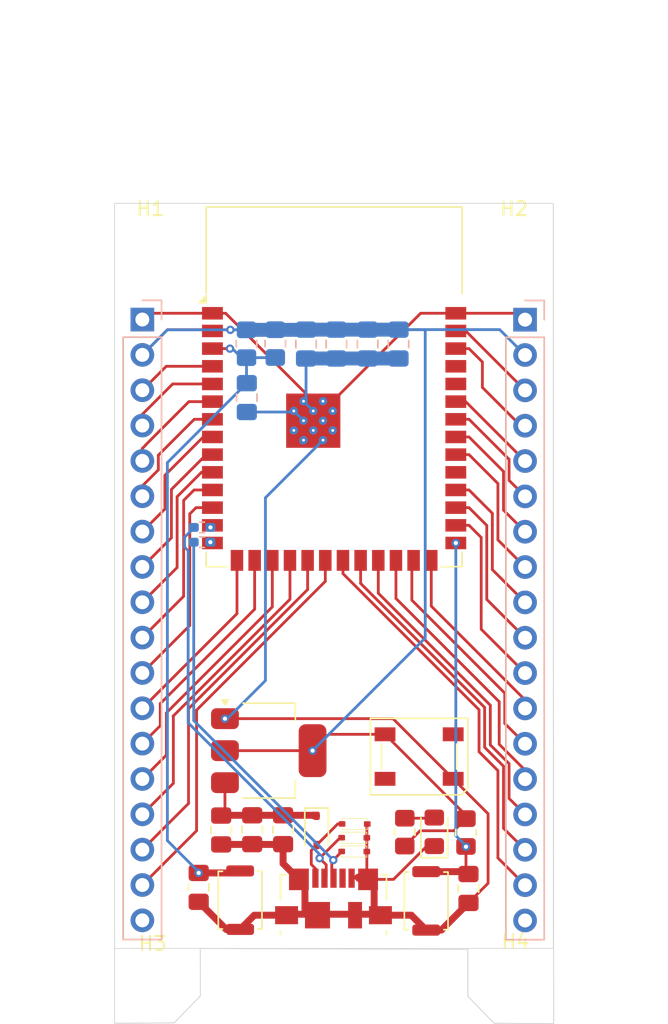
<source format=kicad_pcb>
(kicad_pcb (version 20241229) (generator "pcbnew") (generator_version "9.0")
  (layers (0 "F.Cu" signal) (2 "B.Cu" signal) (13 "F.Paste" user) (15 "B.Paste" user) (5 "F.SilkS" user "F.Silkscreen") (7 "B.SilkS" user "B.Silkscreen") (1 "F.Mask" user) (3 "B.Mask" user) (25 "Edge.Cuts" user))
  (net 0 "")
  (net 1 "ESP_3V3")
  (net 2 "Net-(D5-A)")
  (net 3 "CHIP_PU")
  (net 4 "GPIO0")
  (net 5 "D+")
  (net 6 "Net-(U1-USB_D+)")
  (net 7 "D-")
  (net 8 "Net-(U1-USB_D-)")
  (net 9 "16")
  (net 10 "GND")
  (net 11 "48")
  (net 12 "6")
  (net 13 "42")
  (net 14 "14")
  (net 15 "12")
  (net 16 "9")
  (net 17 "2")
  (net 18 "3")
  (net 19 "8")
  (net 20 "36")
  (net 21 "46")
  (net 22 "39")
  (net 23 "37")
  (net 24 "15")
  (net 25 "47")
  (net 26 "17")
  (net 29 "5")
  (net 30 "40")
  (net 31 "41")
  (net 32 "21")
  (net 33 "45")
  (net 34 "35")
  (net 35 "10")
  (net 36 "1")
  (net 37 "7")
  (net 38 "18")
  (net 39 "11")
  (net 40 "13")
  (net 41 "4")
  (net 42 "VCC_+5V")
  (net 43 "Net-(D1-A)")
  (net 45 "GPIO38")
  (footprint "MountingHole:MountingHole_2.1mm" (layer "F.Cu") (at 83.59 56.52)
    (property "Reference" "H2" (at 0 -3.05 0) (layer "F.SilkS"))
    (property "Value" "MountingHole" (hide yes))
    (pad "" np_thru_hole circle (at 0 0) (size 2.1 2.1) (drill 2.1) (layers "*.Cu" "*.Mask"))
  )
  (footprint "LED_SMD:LED_0805_2012Metric_Pad1.15x1.40mm_HandSolder" (layer "F.Cu") (at 77.85 98.2475 90)
    (property "Reference" "D5" (hide yes))
    (property "Value" "LED" (hide yes))
    (pad "1" smd roundrect (at -1.025 0 90) (size 1.15 1.4) (layers "F.Cu" "F.Mask" "F.Paste") (roundrect_rratio 0.217391) (net 10 "GND"))
    (pad "2" smd roundrect (at 1.025 0 90) (size 1.15 1.4) (layers "F.Cu" "F.Mask" "F.Paste") (roundrect_rratio 0.217391) (net 2 "Net-(D5-A)"))
  )
  (footprint "Diode_SMD:D_SOD-323" (layer "F.Cu") (at 69.39 98.15 -90)
    (property "Reference" "D1" (hide yes))
    (property "Value" "1N5819WS" (hide yes))
    (pad "1" smd roundrect (at -1.05 0 270) (size 0.6 0.45) (layers "F.Cu" "F.Mask" "F.Paste") (net 42 "VCC_+5V"))
    (pad "2" smd roundrect (at 1.05 0 270) (size 0.6 0.45) (layers "F.Cu" "F.Mask" "F.Paste") (net 43 "Net-(D1-A)"))
  )
  (footprint "Capacitor_SMD:C_0805_2012Metric_Pad1.18x1.45mm_HandSolder" (layer "F.Cu") (at 64.76 98.0975 -90)
    (property "Reference" "C2" (hide yes))
    (property "Value" "0.1uF" (hide yes))
    (pad "1" smd roundrect (at -1.0375 0 270) (size 1.175 1.45) (layers "F.Cu" "F.Mask" "F.Paste") (roundrect_rratio 0.212766) (net 42 "VCC_+5V"))
    (pad "2" smd roundrect (at 1.0375 0 270) (size 1.175 1.45) (layers "F.Cu" "F.Mask" "F.Paste") (roundrect_rratio 0.212766) (net 10 "GND"))
  )
  (footprint "Capacitor_SMD:C_0805_2012Metric_Pad1.18x1.45mm_HandSolder" (layer "F.Cu") (at 66.98 98.0975 -90)
    (property "Reference" "C3" (hide yes))
    (property "Value" "10uF" (hide yes))
    (pad "1" smd roundrect (at -1.0375 0 270) (size 1.175 1.45) (layers "F.Cu" "F.Mask" "F.Paste") (roundrect_rratio 0.212766) (net 42 "VCC_+5V"))
    (pad "2" smd roundrect (at 1.0375 0 270) (size 1.175 1.45) (layers "F.Cu" "F.Mask" "F.Paste") (roundrect_rratio 0.212766) (net 10 "GND"))
  )
  (footprint "MountingHole:MountingHole_2.1mm" (layer "F.Cu") (at 57.6 109.33)
    (property "Reference" "H3" (at 0 -3.05 0) (layer "F.SilkS"))
    (property "Value" "MountingHole" (hide yes))
    (pad "" np_thru_hole circle (at 0 0) (size 2.1 2.1) (drill 2.1) (layers "*.Cu" "*.Mask"))
  )
  (footprint "Resistor_SMD:R_0805_2012Metric_Pad1.20x1.40mm_HandSolder" (layer "F.Cu") (at 80.13 98.3 90)
    (property "Reference" "R5" (hide yes))
    (property "Value" "10K" (hide yes))
    (pad "1" smd roundrect (at -1 0 90) (size 1.2 1.4) (layers "F.Cu" "F.Mask" "F.Paste") (roundrect_rratio 0.208333) (net 4 "GPIO0"))
    (pad "2" smd roundrect (at 1 0 90) (size 1.2 1.4) (layers "F.Cu" "F.Mask" "F.Paste") (roundrect_rratio 0.208333) (net 1 "ESP_3V3"))
  )
  (footprint "Capacitor_SMD:C_0805_2012Metric_Pad1.18x1.45mm_HandSolder" (layer "F.Cu") (at 62.53 98.1175 -90)
    (property "Reference" "C1" (hide yes))
    (property "Value" "10uF" (hide yes))
    (pad "1" smd roundrect (at -1.0375 0 270) (size 1.175 1.45) (layers "F.Cu" "F.Mask" "F.Paste") (roundrect_rratio 0.212766) (net 42 "VCC_+5V"))
    (pad "2" smd roundrect (at 1.0375 0 270) (size 1.175 1.45) (layers "F.Cu" "F.Mask" "F.Paste") (roundrect_rratio 0.212766) (net 10 "GND"))
  )
  (footprint "Button_Switch_SMD:SW_Push_SPST_NO_Alps_SKRK" (layer "F.Cu") (at 77.27 103.21 90)
    (property "Reference" "SW1" (hide yes))
    (property "Value" "SW_Push" (hide yes))
    (pad "1" smd roundrect (at -2.1 0 90) (size 0.8 2) (layers "F.Cu" "F.Mask" "F.Paste") (net 10 "GND"))
    (pad "2" smd roundrect (at 2.1 0 90) (size 0.8 2) (layers "F.Cu" "F.Mask" "F.Paste") (net 4 "GPIO0"))
  )
  (footprint "Package_TO_SOT_SMD:SOT-223-3_TabPin2" (layer "F.Cu") (at 65.95 92.415)
    (property "Reference" "U2" (hide yes))
    (property "Value" "AMS1117-3.3" (hide yes))
    (pad "1" smd roundrect (at -3.15 -2.3) (size 2 1.5) (layers "F.Cu" "F.Mask" "F.Paste") (net 10 "GND"))
    (pad "2" smd roundrect (at -3.15 0) (size 2 1.5) (layers "F.Cu" "F.Mask" "F.Paste") (net 1 "ESP_3V3"))
    (pad "2" smd roundrect (at 3.15 0) (size 2 3.8) (layers "F.Cu" "F.Mask" "F.Paste") (net 1 "ESP_3V3"))
    (pad "3" smd roundrect (at -3.15 2.3) (size 2 1.5) (layers "F.Cu" "F.Mask" "F.Paste") (net 42 "VCC_+5V"))
  )
  (footprint "LED_SMD:LED_SK6812_PLCC4_5.0x5.0mm_P3.2mm" (layer "F.Cu") (at 76.76 92.84 180)
    (property "Reference" "D6" (hide yes))
    (property "Value" "SK6812" (hide yes))
    (pad "1" smd rect (at -2.45 -1.6) (size 1.5 1) (layers "F.Cu" "F.Mask" "F.Paste") (net 10 "GND"))
    (pad "2" smd rect (at -2.45 1.6) (size 1.5 1) (layers "F.Cu" "F.Mask" "F.Paste") (net 45 "GPIO38"))
    (pad "3" smd rect (at 2.45 1.6) (size 1.5 1) (layers "F.Cu" "F.Mask" "F.Paste") (net 1 "ESP_3V3"))
    (pad "4" smd rect (at 2.45 -1.6) (size 1.5 1) (layers "F.Cu" "F.Mask" "F.Paste"))
  )
  (footprint "Capacitor_SMD:C_0805_2012Metric_Pad1.18x1.45mm_HandSolder" (layer "F.Cu") (at 60.91 102.24 -90)
    (property "Reference" "C10" (hide yes))
    (property "Value" "0.1uF" (hide yes))
    (pad "1" smd roundrect (at -1.0375 0 270) (size 1.175 1.45) (layers "F.Cu" "F.Mask" "F.Paste") (roundrect_rratio 0.212766) (net 3 "CHIP_PU"))
    (pad "2" smd roundrect (at 1.0375 0 270) (size 1.175 1.45) (layers "F.Cu" "F.Mask" "F.Paste") (roundrect_rratio 0.212766) (net 10 "GND"))
  )
  (footprint "MountingHole:MountingHole_2.1mm" (layer "F.Cu") (at 57.44 56.52)
    (property "Reference" "H1" (at 0 -3.05 0) (layer "F.SilkS"))
    (property "Value" "MountingHole" (hide yes))
    (pad "" np_thru_hole circle (at 0 0) (size 2.1 2.1) (drill 2.1) (layers "*.Cu" "*.Mask"))
  )
  (footprint "LESD5D5.0CT1G:LESD5D5.0CT1G" (layer "F.Cu") (at 72.13 97.69 180)
    (property "Reference" "D4" (hide yes))
    (property "Value" "LESD5D5.0CT1G" (hide yes))
    (pad "1" smd roundrect (at -0.9025 0.0025 180) (size 0.48 0.4) (layers "F.Cu" "F.Mask" "F.Paste") (roundrect_rratio 0.15) (net 10 "GND"))
    (pad "2" smd roundrect (at 0.9075 0.01 180) (size 0.48 0.4) (layers "F.Cu" "F.Mask" "F.Paste" "Dwgs.User") (roundrect_rratio 0.15) (net 43 "Net-(D1-A)"))
  )
  (footprint "RF_Module:ESP32-S3-WROOM-1" (layer "F.Cu") (at 70.65 66.24)
    (property "Reference" "U1" (hide yes))
    (property "Value" "ESP32-S3-WROOM-1" (hide yes))
    (pad "1" smd rect (at -8.75 -5.26) (size 1.5 0.9) (layers "F.Cu" "F.Mask" "F.Paste") (net 10 "GND"))
    (pad "2" smd rect (at -8.75 -3.99) (size 1.5 0.9) (layers "F.Cu" "F.Mask" "F.Paste") (net 1 "ESP_3V3"))
    (pad "3" smd rect (at -8.75 -2.72) (size 1.5 0.9) (layers "F.Cu" "F.Mask" "F.Paste") (net 3 "CHIP_PU"))
    (pad "4" smd rect (at -8.75 -1.45) (size 1.5 0.9) (layers "F.Cu" "F.Mask" "F.Paste") (net 41 "4"))
    (pad "5" smd rect (at -8.75 -0.18) (size 1.5 0.9) (layers "F.Cu" "F.Mask" "F.Paste") (net 29 "5"))
    (pad "6" smd rect (at -8.75 1.09) (size 1.5 0.9) (layers "F.Cu" "F.Mask" "F.Paste") (net 12 "6"))
    (pad "7" smd rect (at -8.75 2.36) (size 1.5 0.9) (layers "F.Cu" "F.Mask" "F.Paste") (net 37 "7"))
    (pad "8" smd rect (at -8.75 3.63) (size 1.5 0.9) (layers "F.Cu" "F.Mask" "F.Paste") (net 24 "15"))
    (pad "9" smd rect (at -8.75 4.9) (size 1.5 0.9) (layers "F.Cu" "F.Mask" "F.Paste") (net 9 "16"))
    (pad "10" smd rect (at -8.75 6.17) (size 1.5 0.9) (layers "F.Cu" "F.Mask" "F.Paste") (net 26 "17"))
    (pad "11" smd rect (at -8.75 7.44) (size 1.5 0.9) (layers "F.Cu" "F.Mask" "F.Paste") (net 38 "18"))
    (pad "12" smd rect (at -8.75 8.71) (size 1.5 0.9) (layers "F.Cu" "F.Mask" "F.Paste") (net 19 "8"))
    (pad "13" smd rect (at -8.75 9.98) (size 1.5 0.9) (layers "F.Cu" "F.Mask" "F.Paste") (net 8 "Net-(U1-USB_D-)"))
    (pad "14" smd rect (at -8.75 11.25 180) (size 1.5 0.9) (layers "F.Cu" "F.Mask" "F.Paste") (net 6 "Net-(U1-USB_D+)"))
    (pad "15" smd rect (at -6.985 12.5 270) (size 1.5 0.9) (layers "F.Cu" "F.Mask" "F.Paste") (net 18 "3"))
    (pad "16" smd rect (at -5.715 12.5 270) (size 1.5 0.9) (layers "F.Cu" "F.Mask" "F.Paste") (net 21 "46"))
    (pad "17" smd rect (at -4.445 12.5 270) (size 1.5 0.9) (layers "F.Cu" "F.Mask" "F.Paste") (net 16 "9"))
    (pad "18" smd rect (at -3.175 12.5 270) (size 1.5 0.9) (layers "F.Cu" "F.Mask" "F.Paste") (net 35 "10"))
    (pad "19" smd rect (at -1.905 12.5 270) (size 1.5 0.9) (layers "F.Cu" "F.Mask" "F.Paste") (net 39 "11"))
    (pad "20" smd rect (at -0.635 12.5 270) (size 1.5 0.9) (layers "F.Cu" "F.Mask" "F.Paste") (net 15 "12"))
    (pad "21" smd rect (at 0.635 12.5 270) (size 1.5 0.9) (layers "F.Cu" "F.Mask" "F.Paste") (net 40 "13"))
    (pad "22" smd rect (at 1.905 12.5 270) (size 1.5 0.9) (layers "F.Cu" "F.Mask" "F.Paste") (net 14 "14"))
    (pad "23" smd rect (at 3.175 12.5 270) (size 1.5 0.9) (layers "F.Cu" "F.Mask" "F.Paste") (net 32 "21"))
    (pad "24" smd rect (at 4.445 12.5 270) (size 1.5 0.9) (layers "F.Cu" "F.Mask" "F.Paste") (net 25 "47"))
    (pad "25" smd rect (at 5.715 12.5 270) (size 1.5 0.9) (layers "F.Cu" "F.Mask" "F.Paste") (net 11 "48"))
    (pad "26" smd rect (at 6.985 12.5 270) (size 1.5 0.9) (layers "F.Cu" "F.Mask" "F.Paste") (net 33 "45"))
    (pad "27" smd rect (at 8.75 11.25) (size 1.5 0.9) (layers "F.Cu" "F.Mask" "F.Paste") (net 4 "GPIO0"))
    (pad "28" smd rect (at 8.75 9.98) (size 1.5 0.9) (layers "F.Cu" "F.Mask" "F.Paste") (net 34 "35"))
    (pad "29" smd rect (at 8.75 8.71) (size 1.5 0.9) (layers "F.Cu" "F.Mask" "F.Paste") (net 20 "36"))
    (pad "30" smd rect (at 8.75 7.44) (size 1.5 0.9) (layers "F.Cu" "F.Mask" "F.Paste") (net 23 "37"))
    (pad "31" smd rect (at 8.75 6.17) (size 1.5 0.9) (layers "F.Cu" "F.Mask" "F.Paste") (net 45 "GPIO38"))
    (pad "32" smd rect (at 8.75 4.9) (size 1.5 0.9) (layers "F.Cu" "F.Mask" "F.Paste") (net 22 "39"))
    (pad "33" smd rect (at 8.75 3.63) (size 1.5 0.9) (layers "F.Cu" "F.Mask" "F.Paste") (net 30 "40"))
    (pad "34" smd rect (at 8.75 2.36) (size 1.5 0.9) (layers "F.Cu" "F.Mask" "F.Paste") (net 31 "41"))
    (pad "35" smd rect (at 8.75 1.09) (size 1.5 0.9) (layers "F.Cu" "F.Mask" "F.Paste") (net 13 "42"))
    (pad "36" smd rect (at 8.75 -0.18) (size 1.5 0.9) (layers "F.Cu" "F.Mask" "F.Paste"))
    (pad "37" smd rect (at 8.75 -1.45) (size 1.5 0.9) (layers "F.Cu" "F.Mask" "F.Paste"))
    (pad "38" smd rect (at 8.75 -2.72) (size 1.5 0.9) (layers "F.Cu" "F.Mask" "F.Paste") (net 17 "2"))
    (pad "39" smd rect (at 8.75 -3.99) (size 1.5 0.9) (layers "F.Cu" "F.Mask" "F.Paste") (net 36 "1"))
    (pad "40" smd rect (at 8.75 -5.26) (size 1.5 0.9) (layers "F.Cu" "F.Mask" "F.Paste") (net 10 "GND"))
    (pad "41" thru_hole circle (at -2.9 1.76 90) (size 0.6 0.6) (drill 0.2) (property pad_prop_heatsink) (layers "*.Cu" "F.Mask") (net 10 "GND"))
    (pad "41" thru_hole circle (at -2.9 3.16) (size 0.6 0.6) (drill 0.2) (property pad_prop_heatsink) (layers "*.Cu" "F.Mask") (net 10 "GND"))
    (pad "41" thru_hole circle (at -2.2 1.06) (size 0.6 0.6) (drill 0.2) (property pad_prop_heatsink) (layers "*.Cu" "F.Mask") (net 10 "GND"))
    (pad "41" thru_hole circle (at -2.2 2.46) (size 0.6 0.6) (drill 0.2) (property pad_prop_heatsink) (layers "*.Cu" "F.Mask") (net 10 "GND"))
    (pad "41" thru_hole circle (at -2.2 3.86) (size 0.6 0.6) (drill 0.2) (property pad_prop_heatsink) (layers "*.Cu" "F.Mask") (net 10 "GND"))
    (pad "41" thru_hole circle (at -1.5 1.76) (size 0.6 0.6) (drill 0.2) (property pad_prop_heatsink) (layers "*.Cu" "F.Mask") (net 10 "GND"))
    (pad "41" smd rect (at -1.5 2.46 270) (size 3.9 3.9) (property pad_prop_heatsink) (layers "F.Cu" "F.Mask") (net 10 "GND"))
    (pad "41" thru_hole circle (at -1.5 3.16) (size 0.6 0.6) (drill 0.2) (property pad_prop_heatsink) (layers "*.Cu" "F.Mask") (net 10 "GND"))
    (pad "41" thru_hole circle (at -0.8 1.06) (size 0.6 0.6) (drill 0.2) (property pad_prop_heatsink) (layers "*.Cu" "F.Mask") (net 10 "GND"))
    (pad "41" thru_hole circle (at -0.8 2.46) (size 0.6 0.6) (drill 0.2) (property pad_prop_heatsink) (layers "*.Cu" "F.Mask") (net 10 "GND"))
    (pad "41" thru_hole circle (at -0.8 3.86) (size 0.6 0.6) (drill 0.2) (property pad_prop_heatsink) (layers "*.Cu" "F.Mask") (net 10 "GND"))
    (pad "41" thru_hole circle (at -0.1 1.76) (size 0.6 0.6) (drill 0.2) (property pad_prop_heatsink) (layers "*.Cu" "F.Mask") (net 10 "GND"))
    (pad "41" thru_hole circle (at -0.1 3.16) (size 0.6 0.6) (drill 0.2) (property pad_prop_heatsink) (layers "*.Cu" "F.Mask") (net 10 "GND"))
  )
  (footprint "MountingHole:MountingHole_2.1mm" (layer "F.Cu") (at 83.69 109.18)
    (property "Reference" "H4" (at 0 -3.05 0) (layer "F.SilkS"))
    (property "Value" "MountingHole" (hide yes))
    (pad "" np_thru_hole circle (at 0 0) (size 2.1 2.1) (drill 2.1) (layers "*.Cu" "*.Mask"))
  )
  (footprint "Button_Switch_SMD:SW_Push_SPST_NO_Alps_SKRK" (layer "F.Cu") (at 63.89 103.16 90)
    (property "Reference" "SW2" (hide yes))
    (property "Value" "SW_Push" (hide yes))
    (pad "1" smd roundrect (at -2.1 0 90) (size 0.8 2) (layers "F.Cu" "F.Mask" "F.Paste") (net 10 "GND"))
    (pad "2" smd roundrect (at 2.1 0 90) (size 0.8 2) (layers "F.Cu" "F.Mask" "F.Paste") (net 3 "CHIP_PU"))
  )
  (footprint "Capacitor_SMD:C_0805_2012Metric_Pad1.18x1.45mm_HandSolder" (layer "F.Cu") (at 80.31 102.32 -90)
    (property "Reference" "C9" (hide yes))
    (property "Value" "0.1uF" (hide yes))
    (pad "1" smd roundrect (at -1.0375 0 270) (size 1.175 1.45) (layers "F.Cu" "F.Mask" "F.Paste") (roundrect_rratio 0.212766) (net 4 "GPIO0"))
    (pad "2" smd roundrect (at 1.0375 0 270) (size 1.175 1.45) (layers "F.Cu" "F.Mask" "F.Paste") (roundrect_rratio 0.212766) (net 10 "GND"))
  )
  (footprint "Connector_USB:USB_Micro-B_Molex_47346-0001" (layer "F.Cu") (at 70.605 103.04)
    (property "Reference" "J4" (hide yes))
    (property "Value" "USB_B_Micro" (hide yes))
    (pad "1" smd rect (at -1.3 -1.46) (size 0.45 1.38) (layers "F.Cu" "F.Mask" "F.Paste") (net 43 "Net-(D1-A)"))
    (pad "2" smd rect (at -0.65 -1.46) (size 0.45 1.38) (layers "F.Cu" "F.Mask" "F.Paste") (net 7 "D-"))
    (pad "3" smd rect (at 0 -1.46) (size 0.45 1.38) (layers "F.Cu" "F.Mask" "F.Paste") (net 5 "D+"))
    (pad "4" smd rect (at 0.65 -1.46) (size 0.45 1.38) (layers "F.Cu" "F.Mask" "F.Paste"))
    (pad "5" smd rect (at 1.3 -1.46) (size 0.45 1.38) (layers "F.Cu" "F.Mask" "F.Paste") (net 10 "GND"))
    (pad "6" smd rect (at -3.375 1.2) (size 1.65 1.3) (layers "F.Cu" "F.Mask" "F.Paste") (net 10 "GND"))
    (pad "6" smd rect (at -2.4875 -1.375) (size 1.425 1.55) (layers "F.Cu" "F.Mask" "F.Paste") (net 10 "GND"))
    (pad "6" smd rect (at -1.15 1.2) (size 1.8 1.9) (layers "F.Cu" "F.Mask" "F.Paste") (net 10 "GND"))
    (pad "6" smd rect (at 1.55 1.2) (size 1 1.9) (layers "F.Cu" "F.Mask" "F.Paste") (net 10 "GND"))
    (pad "6" smd rect (at 2.4875 -1.375) (size 1.425 1.55) (layers "F.Cu" "F.Mask" "F.Paste") (net 10 "GND"))
    (pad "6" smd rect (at 3.375 1.2) (size 1.65 1.3) (layers "F.Cu" "F.Mask" "F.Paste") (net 10 "GND"))
  )
  (footprint "LESD5D5.0CT1G:LESD5D5.0CT1G" (layer "F.Cu") (at 72.1 99.67 180)
    (property "Reference" "D3" (hide yes))
    (property "Value" "LESD5D5.0CT1G" (hide yes))
    (pad "1" smd roundrect (at -0.9025 0.0025 180) (size 0.48 0.4) (layers "F.Cu" "F.Mask" "F.Paste") (roundrect_rratio 0.15) (net 10 "GND"))
    (pad "2" smd roundrect (at 0.9075 0.01 180) (size 0.48 0.4) (layers "F.Cu" "F.Mask" "F.Paste" "Dwgs.User") (roundrect_rratio 0.15) (net 5 "D+"))
  )
  (footprint "LESD5D5.0CT1G:LESD5D5.0CT1G" (layer "F.Cu") (at 72.1 98.68 180)
    (property "Reference" "D2" (hide yes))
    (property "Value" "LESD5D5.0CT1G" (hide yes))
    (pad "1" smd roundrect (at -0.9025 0.0025 180) (size 0.48 0.4) (layers "F.Cu" "F.Mask" "F.Paste") (roundrect_rratio 0.15) (net 10 "GND"))
    (pad "2" smd roundrect (at 0.9075 0.01 180) (size 0.48 0.4) (layers "F.Cu" "F.Mask" "F.Paste" "Dwgs.User") (roundrect_rratio 0.15) (net 7 "D-"))
  )
  (footprint "Resistor_SMD:R_0805_2012Metric_Pad1.20x1.40mm_HandSolder" (layer "F.Cu") (at 75.73 98.27 -90)
    (property "Reference" "R3" (hide yes))
    (property "Value" "5.1K" (hide yes))
    (pad "1" smd roundrect (at -1 0 270) (size 1.2 1.4) (layers "F.Cu" "F.Mask" "F.Paste") (roundrect_rratio 0.208333) (net 2 "Net-(D5-A)"))
    (pad "2" smd roundrect (at 1 0 270) (size 1.2 1.4) (layers "F.Cu" "F.Mask" "F.Paste") (roundrect_rratio 0.208333) (net 1 "ESP_3V3"))
  )
  (footprint "Capacitor_SMD:C_0805_2012Metric_Pad1.18x1.45mm_HandSolder" (layer "B.Cu") (at 68.63 63.1925 -90)
    (property "Reference" "C4" (hide yes))
    (property "Value" "10uF" (hide yes))
    (pad "1" smd roundrect (at -1.0375 0 270) (size 1.175 1.45) (layers "B.Cu" "B.Mask" "B.Paste") (roundrect_rratio 0.212766) (net 1 "ESP_3V3"))
    (pad "2" smd roundrect (at 1.0375 0 270) (size 1.175 1.45) (layers "B.Cu" "B.Mask" "B.Paste") (roundrect_rratio 0.212766) (net 10 "GND"))
  )
  (footprint "Resistor_SMD:R_0805_2012Metric_Pad1.20x1.40mm_HandSolder" (layer "B.Cu") (at 66.42 63.16 90)
    (property "Reference" "R6" (hide yes))
    (property "Value" "10K" (hide yes))
    (pad "1" smd roundrect (at -1 0 90) (size 1.2 1.4) (layers "B.Cu" "B.Mask" "B.Paste") (roundrect_rratio 0.208333) (net 3 "CHIP_PU"))
    (pad "2" smd roundrect (at 1 0 90) (size 1.2 1.4) (layers "B.Cu" "B.Mask" "B.Paste") (roundrect_rratio 0.208333) (net 1 "ESP_3V3"))
  )
  (footprint "Capacitor_SMD:C_0805_2012Metric_Pad1.18x1.45mm_HandSolder" (layer "B.Cu") (at 64.37 67.04 -90)
    (property "Reference" "C8" (hide yes))
    (property "Value" "1uF" (hide yes))
    (pad "1" smd roundrect (at -1.0375 0 270) (size 1.175 1.45) (layers "B.Cu" "B.Mask" "B.Paste") (roundrect_rratio 0.212766) (net 3 "CHIP_PU"))
    (pad "2" smd roundrect (at 1.0375 0 270) (size 1.175 1.45) (layers "B.Cu" "B.Mask" "B.Paste") (roundrect_rratio 0.212766) (net 10 "GND"))
  )
  (footprint "Capacitor_SMD:C_0805_2012Metric_Pad1.18x1.45mm_HandSolder" (layer "B.Cu") (at 73.06 63.1925 -90)
    (property "Reference" "C6" (hide yes))
    (property "Value" "10uF" (hide yes))
    (pad "1" smd roundrect (at -1.0375 0 270) (size 1.175 1.45) (layers "B.Cu" "B.Mask" "B.Paste") (roundrect_rratio 0.212766) (net 1 "ESP_3V3"))
    (pad "2" smd roundrect (at 1.0375 0 270) (size 1.175 1.45) (layers "B.Cu" "B.Mask" "B.Paste") (roundrect_rratio 0.212766) (net 10 "GND"))
  )
  (footprint "Connector_PinHeader_2.54mm:PinHeader_1x18_P2.54mm_Vertical" (layer "B.Cu") (at 84.38 61.44 180)
    (property "Reference" "J2" (hide yes))
    (property "Value" "Conn_01x18_Pin" (hide yes))
    (pad "1" thru_hole rect (at 0 0 180) (size 1.7 1.7) (drill 1) (layers "*.Cu" "*.Mask") (net 10 "GND"))
    (pad "2" thru_hole circle (at 0 -2.54 180) (size 1.7 1.7) (drill 1) (layers "*.Cu" "*.Mask") (net 1 "ESP_3V3"))
    (pad "3" thru_hole circle (at 0 -5.08 180) (size 1.7 1.7) (drill 1) (layers "*.Cu" "*.Mask") (net 36 "1"))
    (pad "4" thru_hole circle (at 0 -7.62 180) (size 1.7 1.7) (drill 1) (layers "*.Cu" "*.Mask") (net 17 "2"))
    (pad "5" thru_hole circle (at 0 -10.16 180) (size 1.7 1.7) (drill 1) (layers "*.Cu" "*.Mask") (net 13 "42"))
    (pad "6" thru_hole circle (at 0 -12.7 180) (size 1.7 1.7) (drill 1) (layers "*.Cu" "*.Mask") (net 31 "41"))
    (pad "7" thru_hole circle (at 0 -15.24 180) (size 1.7 1.7) (drill 1) (layers "*.Cu" "*.Mask") (net 30 "40"))
    (pad "8" thru_hole circle (at 0 -17.78 180) (size 1.7 1.7) (drill 1) (layers "*.Cu" "*.Mask") (net 22 "39"))
    (pad "9" thru_hole circle (at 0 -20.32 180) (size 1.7 1.7) (drill 1) (layers "*.Cu" "*.Mask") (net 23 "37"))
    (pad "10" thru_hole circle (at 0 -22.86 180) (size 1.7 1.7) (drill 1) (layers "*.Cu" "*.Mask") (net 20 "36"))
    (pad "11" thru_hole circle (at 0 -25.4 180) (size 1.7 1.7) (drill 1) (layers "*.Cu" "*.Mask") (net 34 "35"))
    (pad "12" thru_hole circle (at 0 -27.94 180) (size 1.7 1.7) (drill 1) (layers "*.Cu" "*.Mask") (net 33 "45"))
    (pad "13" thru_hole circle (at 0 -30.48 180) (size 1.7 1.7) (drill 1) (layers "*.Cu" "*.Mask") (net 11 "48"))
    (pad "14" thru_hole circle (at 0 -33.02 180) (size 1.7 1.7) (drill 1) (layers "*.Cu" "*.Mask") (net 25 "47"))
    (pad "15" thru_hole circle (at 0 -35.56 180) (size 1.7 1.7) (drill 1) (layers "*.Cu" "*.Mask") (net 32 "21"))
    (pad "16" thru_hole circle (at 0 -38.1 180) (size 1.7 1.7) (drill 1) (layers "*.Cu" "*.Mask") (net 14 "14"))
    (pad "17" thru_hole circle (at 0 -40.64 180) (size 1.7 1.7) (drill 1) (layers "*.Cu" "*.Mask") (net 40 "13"))
    (pad "18" thru_hole circle (at 0 -43.18 180) (size 1.7 1.7) (drill 1) (layers "*.Cu" "*.Mask"))
  )
  (footprint "Resistor_SMD:R_0805_2012Metric_Pad1.20x1.40mm_HandSolder" (layer "B.Cu") (at 64.35 63.17 90)
    (property "Reference" "R4" (hide yes))
    (property "Value" "10K" (hide yes))
    (pad "1" smd roundrect (at -1 0 90) (size 1.2 1.4) (layers "B.Cu" "B.Mask" "B.Paste") (roundrect_rratio 0.208333) (net 3 "CHIP_PU"))
    (pad "2" smd roundrect (at 1 0 90) (size 1.2 1.4) (layers "B.Cu" "B.Mask" "B.Paste") (roundrect_rratio 0.208333) (net 1 "ESP_3V3"))
  )
  (footprint "Resistor_SMD:R_0402_1005Metric_Pad0.72x0.64mm_HandSolder" (layer "B.Cu") (at 61.16 76.37)
    (property "Reference" "R8" (hide yes))
    (property "Value" "22" (hide yes))
    (pad "1" smd roundrect (at -0.5975 0) (size 0.715 0.64) (layers "B.Cu" "B.Mask" "B.Paste") (net 7 "D-"))
    (pad "2" smd roundrect (at 0.5975 0) (size 0.715 0.64) (layers "B.Cu" "B.Mask" "B.Paste") (net 8 "Net-(U1-USB_D-)"))
  )
  (footprint "Capacitor_SMD:C_0805_2012Metric_Pad1.18x1.45mm_HandSolder" (layer "B.Cu") (at 70.81 63.1925 -90)
    (property "Reference" "C5" (hide yes))
    (property "Value" "0.1uF" (hide yes))
    (pad "1" smd roundrect (at -1.0375 0 270) (size 1.175 1.45) (layers "B.Cu" "B.Mask" "B.Paste") (roundrect_rratio 0.212766) (net 1 "ESP_3V3"))
    (pad "2" smd roundrect (at 1.0375 0 270) (size 1.175 1.45) (layers "B.Cu" "B.Mask" "B.Paste") (roundrect_rratio 0.212766) (net 10 "GND"))
  )
  (footprint "Capacitor_SMD:C_0805_2012Metric_Pad1.18x1.45mm_HandSolder" (layer "B.Cu") (at 75.28 63.1925 -90)
    (property "Reference" "C7" (hide yes))
    (property "Value" "0.1uF" (hide yes))
    (pad "1" smd roundrect (at -1.0375 0 270) (size 1.175 1.45) (layers "B.Cu" "B.Mask" "B.Paste") (roundrect_rratio 0.212766) (net 1 "ESP_3V3"))
    (pad "2" smd roundrect (at 1.0375 0 270) (size 1.175 1.45) (layers "B.Cu" "B.Mask" "B.Paste") (roundrect_rratio 0.212766) (net 10 "GND"))
  )
  (footprint "Resistor_SMD:R_0402_1005Metric_Pad0.72x0.64mm_HandSolder" (layer "B.Cu") (at 61.1525 77.43)
    (property "Reference" "R7" (hide yes))
    (property "Value" "22" (hide yes))
    (pad "1" smd roundrect (at -0.5975 0) (size 0.715 0.64) (layers "B.Cu" "B.Mask" "B.Paste") (net 5 "D+"))
    (pad "2" smd roundrect (at 0.5975 0) (size 0.715 0.64) (layers "B.Cu" "B.Mask" "B.Paste") (net 6 "Net-(U1-USB_D+)"))
  )
  (footprint "Connector_PinHeader_2.54mm:PinHeader_1x18_P2.54mm_Vertical" (layer "B.Cu") (at 56.86 61.43 180)
    (property "Reference" "J1" (hide yes))
    (property "Value" "Conn_01x18_Pin" (hide yes))
    (pad "1" thru_hole rect (at 0 0 180) (size 1.7 1.7) (drill 1) (layers "*.Cu" "*.Mask") (net 10 "GND"))
    (pad "2" thru_hole circle (at 0 -2.54 180) (size 1.7 1.7) (drill 1) (layers "*.Cu" "*.Mask") (net 1 "ESP_3V3"))
    (pad "3" thru_hole circle (at 0 -5.08 180) (size 1.7 1.7) (drill 1) (layers "*.Cu" "*.Mask") (net 41 "4"))
    (pad "4" thru_hole circle (at 0 -7.62 180) (size 1.7 1.7) (drill 1) (layers "*.Cu" "*.Mask") (net 29 "5"))
    (pad "5" thru_hole circle (at 0 -10.16 180) (size 1.7 1.7) (drill 1) (layers "*.Cu" "*.Mask") (net 12 "6"))
    (pad "6" thru_hole circle (at 0 -12.7 180) (size 1.7 1.7) (drill 1) (layers "*.Cu" "*.Mask") (net 37 "7"))
    (pad "7" thru_hole circle (at 0 -15.24 180) (size 1.7 1.7) (drill 1) (layers "*.Cu" "*.Mask") (net 24 "15"))
    (pad "8" thru_hole circle (at 0 -17.78 180) (size 1.7 1.7) (drill 1) (layers "*.Cu" "*.Mask") (net 9 "16"))
    (pad "9" thru_hole circle (at 0 -20.32 180) (size 1.7 1.7) (drill 1) (layers "*.Cu" "*.Mask") (net 26 "17"))
    (pad "10" thru_hole circle (at 0 -22.86 180) (size 1.7 1.7) (drill 1) (layers "*.Cu" "*.Mask") (net 38 "18"))
    (pad "11" thru_hole circle (at 0 -25.4 180) (size 1.7 1.7) (drill 1) (layers "*.Cu" "*.Mask") (net 19 "8"))
    (pad "12" thru_hole circle (at 0 -27.94 180) (size 1.7 1.7) (drill 1) (layers "*.Cu" "*.Mask") (net 18 "3"))
    (pad "13" thru_hole circle (at 0 -30.48 180) (size 1.7 1.7) (drill 1) (layers "*.Cu" "*.Mask") (net 21 "46"))
    (pad "14" thru_hole circle (at 0 -33.02 180) (size 1.7 1.7) (drill 1) (layers "*.Cu" "*.Mask") (net 16 "9"))
    (pad "15" thru_hole circle (at 0 -35.56 180) (size 1.7 1.7) (drill 1) (layers "*.Cu" "*.Mask") (net 35 "10"))
    (pad "16" thru_hole circle (at 0 -38.1 180) (size 1.7 1.7) (drill 1) (layers "*.Cu" "*.Mask") (net 39 "11"))
    (pad "17" thru_hole circle (at 0 -40.64 180) (size 1.7 1.7) (drill 1) (layers "*.Cu" "*.Mask") (net 15 "12"))
    (pad "18" thru_hole circle (at 0 -43.18 180) (size 1.7 1.7) (drill 1) (layers "*.Cu" "*.Mask"))
  )
  (gr_line (start 86.435 106.655) (end 86.435 112.035) (stroke (width 0.05)) (layer "Edge.Cuts"))
  (gr_line (start 61.03 110.04) (end 61.03 106.67) (stroke (width 0.05)) (layer "Edge.Cuts"))
  (gr_line (start 54.86 105.54) (end 54.86 106.63) (stroke (width 0.05)) (layer "Edge.Cuts"))
  (gr_line (start 86.435 112.035) (end 82.145 112.005) (stroke (width 0.05)) (layer "Edge.Cuts"))
  (gr_line (start 80.265 106.695) (end 80.275 106.665) (stroke (width 0.05)) (layer "Edge.Cuts"))
  (gr_line (start 61.03 106.67) (end 61.02 106.64) (stroke (width 0.05)) (layer "Edge.Cuts"))
  (gr_line (start 59.15 111.98) (end 61.03 110.04) (stroke (width 0.05)) (layer "Edge.Cuts"))
  (gr_poly (pts (xy 54.86 87.1) (xy 54.86 53.08) (xy 86.41 53.08) (xy 86.435 112.035) (xy 82.145 112.005) (xy 80.265 110.065) (xy 80.265 106.695) (xy 61.02 106.64) (xy 61.03 110.04) (xy 59.15 111.98) (xy 54.86 112.01)) (stroke (width 0.05)) (fill no) (layer "Edge.Cuts"))
  (gr_line (start 82.145 112.005) (end 80.265 110.065) (stroke (width 0.05)) (layer "Edge.Cuts"))
  (gr_line (start 54.86 106.63) (end 54.86 112.01) (stroke (width 0.05)) (layer "Edge.Cuts"))
  (gr_rect (start 54.86 53.08) (end 86.41 106.63) (stroke (width 0.05)) (fill no) (layer "Edge.Cuts"))
  (gr_line (start 54.86 112.01) (end 59.15 111.98) (stroke (width 0.05)) (layer "Edge.Cuts"))
  (gr_line (start 80.265 110.065) (end 80.265 106.695) (stroke (width 0.05)) (layer "Edge.Cuts"))
  (segment (start 75.73 99.27) (end 76.829 98.171) (width 0.2) (layer "F.Cu") (net 1))
  (segment (start 74.31 91.24) (end 80.13 97.06) (width 0.2) (layer "F.Cu") (net 1))
  (segment (start 79.259 98.171) (end 80.13 97.3) (width 0.2) (layer "F.Cu") (net 1))
  (segment (start 74.31 91.24) (end 70.275 91.24) (width 0.2) (layer "F.Cu") (net 1))
  (segment (start 61.9 62.25) (end 61.81 62.16) (width 0.2) (layer "F.Cu") (net 1))
  (segment (start 58.67 62.16) (end 56.86 63.97) (width 0.2) (layer "F.Cu") (net 1))
  (segment (start 63.19 62.17) (end 61.98 62.17) (width 0.2) (layer "F.Cu") (net 1))
  (segment (start 61.81 62.16) (end 58.67 62.16) (width 0.2) (layer "F.Cu") (net 1))
  (segment (start 62.8 92.415) (end 69.1 92.415) (width 0.2) (layer "F.Cu") (net 1))
  (segment (start 70.275 91.24) (end 69.1 92.415) (width 0.2) (layer "F.Cu") (net 1))
  (segment (start 61.98 62.17) (end 61.9 62.25) (width 0.2) (layer "F.Cu") (net 1))
  (segment (start 80.13 97.06) (end 80.13 97.3) (width 0.2) (layer "F.Cu") (net 1))
  (segment (start 76.829 98.171) (end 79.259 98.171) (width 0.2) (layer "F.Cu") (net 1))
  (via (at 63.19 62.17) (size 0.6) (drill 0.3) (layers "F.Cu" "B.Cu") (net 1))
  (via (at 69.1 92.415) (size 0.6) (drill 0.3) (layers "F.Cu" "B.Cu") (net 1))
  (segment (start 77.2 84.315) (end 77.2 62.155) (width 0.2) (layer "B.Cu") (net 1))
  (segment (start 68.63 62.155) (end 75.28 62.155) (width 1) (layer "B.Cu") (net 1))
  (segment (start 64.35 62.17) (end 65.16 62.17) (width 1) (layer "B.Cu") (net 1))
  (segment (start 77.2 62.155) (end 75.28 62.155) (width 0.2) (layer "B.Cu") (net 1))
  (segment (start 69.1 92.415) (end 77.2 84.315) (width 0.2) (layer "B.Cu") (net 1))
  (segment (start 66.42 62.16) (end 65.17 62.16) (width 0.2) (layer "B.Cu") (net 1))
  (segment (start 63.19 62.17) (end 63.18 62.17) (width 0.2) (layer "B.Cu") (net 1))
  (segment (start 68.61 62.155) (end 68.58 62.185) (width 0.5) (layer "B.Cu") (net 1))
  (segment (start 58.66 62.17) (end 56.86 63.97) (width 0.2) (layer "B.Cu") (net 1))
  (segment (start 64.35 62.17) (end 63.19 62.17) (width 0.2) (layer "B.Cu") (net 1))
  (segment (start 75.255 62.18) (end 75.28 62.155) (width 0.5) (layer "B.Cu") (net 1))
  (segment (start 64.35 62.17) (end 58.66 62.17) (width 0.2) (layer "B.Cu") (net 1))
  (segment (start 65.17 62.16) (end 65.16 62.17) (width 0.2) (layer "B.Cu") (net 1))
  (segment (start 65.16 62.17) (end 68.615 62.17) (width 1) (layer "B.Cu") (net 1))
  (segment (start 68.615 62.17) (end 68.63 62.155) (width 0.2) (layer "B.Cu") (net 1))
  (segment (start 75.28 62.155) (end 82.555 62.155) (width 0.2) (layer "B.Cu") (net 1))
  (segment (start 82.555 62.155) (end 84.38 63.98) (width 0.2) (layer "B.Cu") (net 1))
  (segment (start 77.6725 97.27) (end 75.73 97.27) (width 0.2) (layer "F.Cu") (net 2))
  (segment (start 77.72 97.2225) (end 77.6725 97.27) (width 0.2) (layer "F.Cu") (net 2))
  (segment (start 77.85 97.2225) (end 77.72 97.2225) (width 0.2) (layer "F.Cu") (net 2))
  (segment (start 60.91 101.2025) (end 63.7475 101.2025) (width 0.5) (layer "F.Cu") (net 3))
  (segment (start 63.7475 101.2025) (end 63.89 101.06) (width 0.5) (layer "F.Cu") (net 3))
  (segment (start 61.9 63.52) (end 63.16 63.52) (width 0.2) (layer "F.Cu") (net 3))
  (segment (start 63.16 63.52) (end 63.36 63.52) (width 0.2) (layer "F.Cu") (net 3))
  (via (at 60.91 101.2025) (size 0.6) (drill 0.3) (layers "F.Cu" "B.Cu") (net 3))
  (via (at 63.16 63.52) (size 0.6) (drill 0.3) (layers "F.Cu" "B.Cu") (net 3))
  (segment (start 60.97 101.19) (end 60.99 101.19) (width 0.2) (layer "B.Cu") (net 3))
  (segment (start 64.35 64.17) (end 64.35 65.9825) (width 0.2) (layer "B.Cu") (net 3))
  (segment (start 64.35 65.9825) (end 64.37 66.0025) (width 0.2) (layer "B.Cu") (net 3))
  (segment (start 63.16 63.52) (end 63.33 63.52) (width 0.2) (layer "B.Cu") (net 3))
  (segment (start 63.33 63.52) (end 63.98 64.17) (width 0.2) (layer "B.Cu") (net 3))
  (segment (start 58.66 71.7125) (end 58.66 98.88) (width 0.2) (layer "B.Cu") (net 3))
  (segment (start 58.66 98.88) (end 60.97 101.19) (width 0.2) (layer "B.Cu") (net 3))
  (segment (start 63.98 64.17) (end 64.35 64.17) (width 0.2) (layer "B.Cu") (net 3))
  (segment (start 64.37 66.0025) (end 58.66 71.7125) (width 0.2) (layer "B.Cu") (net 3))
  (segment (start 64.35 64.17) (end 66.41 64.17) (width 0.2) (layer "B.Cu") (net 3))
  (segment (start 66.41 64.17) (end 66.42 64.16) (width 0.2) (layer "B.Cu") (net 3))
  (segment (start 80.13 101.1025) (end 80.31 101.2825) (width 0.2) (layer "F.Cu") (net 4))
  (segment (start 80.1375 101.11) (end 80.31 101.2825) (width 0.5) (layer "F.Cu") (net 4))
  (segment (start 77.27 101.11) (end 80.1375 101.11) (width 0.5) (layer "F.Cu") (net 4))
  (segment (start 80.13 99.3) (end 80.13 99.32) (width 0.2) (layer "F.Cu") (net 4))
  (segment (start 80.13 99.32) (end 80.13 101.1025) (width 0.2) (layer "F.Cu") (net 4))
  (via (at 80.13 99.32) (size 0.6) (drill 0.3) (layers "F.Cu" "B.Cu") (net 4))
  (via (at 79.4 77.49) (size 0.6) (drill 0.3) (layers "F.Cu" "B.Cu") (net 4))
  (segment (start 79.4 77.49) (end 79.4 98.52) (width 0.2) (layer "B.Cu") (net 4))
  (segment (start 79.4 98.52) (end 80.14 99.26) (width 0.2) (layer "B.Cu") (net 4))
  (segment (start 70.481 101.456) (end 70.481 100.45243) (width 0.2) (layer "F.Cu") (net 5))
  (segment (start 71.1925 99.6775) (end 70.59 100.28) (width 0.2) (layer "F.Cu") (net 5))
  (segment (start 70.605 101.58) (end 70.481 101.456) (width 0.2) (layer "F.Cu") (net 5))
  (segment (start 70.481 100.45243) (end 70.45 100.42143) (width 0.2) (layer "F.Cu") (net 5))
  (segment (start 70.45 100.42143) (end 70.45 100.42) (width 0.2) (layer "F.Cu") (net 5))
  (segment (start 70.45 100.42) (end 70.59 100.28) (width 0.2) (layer "F.Cu") (net 5))
  (segment (start 71.1925 99.66) (end 71.1925 99.6775) (width 0.2) (layer "F.Cu") (net 5))
  (via (at 70.59 100.28) (size 0.6) (drill 0.3) (layers "F.Cu" "B.Cu") (net 5))
  (segment (start 60.555 90.245) (end 70.59 100.28) (width 0.2) (layer "B.Cu") (net 5))
  (segment (start 60.555 77.43) (end 60.555 90.245) (width 0.2) (layer "B.Cu") (net 5))
  (via (at 61.75 77.43) (size 0.6) (drill 0.3) (layers "F.Cu" "B.Cu") (net 6))
  (segment (start 69.606229 100.144759) (end 70.08 100.61853) (width 0.2) (layer "F.Cu") (net 7))
  (segment (start 71.1925 98.67) (end 71.080988 98.67) (width 0.2) (layer "F.Cu") (net 7))
  (segment (start 70.08 101.455) (end 69.955 101.58) (width 0.2) (layer "F.Cu") (net 7))
  (segment (start 71.080988 98.67) (end 69.606229 100.144759) (width 0.2) (layer "F.Cu") (net 7))
  (segment (start 70.08 100.61853) (end 70.08 101.455) (width 0.2) (layer "F.Cu") (net 7))
  (via (at 69.606229 100.144759) (size 0.6) (drill 0.3) (layers "F.Cu" "B.Cu") (net 7))
  (segment (start 60.154 78.042886) (end 59.8965 77.785386) (width 0.2) (layer "B.Cu") (net 7))
  (segment (start 69.606229 100.144759) (end 69.51 100.240988) (width 0.2) (layer "B.Cu") (net 7))
  (segment (start 59.8965 77.785386) (end 59.8965 77.074614) (width 0.2) (layer "B.Cu") (net 7))
  (segment (start 60.154 90.4111) (end 60.154 78.042886) (width 0.2) (layer "B.Cu") (net 7))
  (segment (start 59.8965 77.074614) (end 60.5625 76.408614) (width 0.2) (layer "B.Cu") (net 7))
  (segment (start 69.606229 99.863329) (end 60.154 90.4111) (width 0.2) (layer "B.Cu") (net 7))
  (segment (start 69.606229 100.144759) (end 69.606229 99.863329) (width 0.2) (layer "B.Cu") (net 7))
  (segment (start 60.5625 76.408614) (end 60.5625 76.37) (width 0.2) (layer "B.Cu") (net 7))
  (via (at 61.7575 76.37) (size 0.6) (drill 0.3) (layers "F.Cu" "B.Cu") (net 8))
  (segment (start 58.95 73.64) (end 58.95 77.12) (width 0.2) (layer "F.Cu") (net 9))
  (segment (start 61.9 71.14) (end 61.45 71.14) (width 0.2) (layer "F.Cu") (net 9))
  (segment (start 58.95 77.12) (end 56.86 79.21) (width 0.2) (layer "F.Cu") (net 9))
  (segment (start 61.45 71.14) (end 58.95 73.64) (width 0.2) (layer "F.Cu") (net 9))
  (segment (start 62.8925 105.26) (end 60.91 103.2775) (width 0.5) (layer "F.Cu") (net 10))
  (segment (start 61.9 60.98) (end 57.31 60.98) (width 0.2) (layer "F.Cu") (net 10))
  (segment (start 66.96 99.155) (end 66.98 99.135) (width 0.5) (layer "F.Cu") (net 10))
  (segment (start 67.23 104.24) (end 64.91 104.24) (width 0.5) (layer "F.Cu") (net 10))
  (segment (start 69.15 68.7) (end 76.87 60.98) (width 0.2) (layer "F.Cu") (net 10))
  (segment (start 72.425 101.595) (end 72.366 101.536) (width 0.5) (layer "F.Cu") (net 10))
  (segment (start 57.31 60.98) (end 56.86 61.43) (width 0.2) (layer "F.Cu") (net 10))
  (segment (start 73.5275 104.1675) (end 73.53 104.17) (width 0.5) (layer "F.Cu") (net 10))
  (segment (start 77.85 99.2725) (end 77.31366 99.2725) (width 0.2) (layer "F.Cu") (net 10))
  (segment (start 76.87 60.98) (end 79.4 60.98) (width 0.2) (layer "F.Cu") (net 10))
  (segment (start 68.5525 104.1675) (end 68.55 104.17) (width 0.5) (layer "F.Cu") (net 10))
  (segment (start 73.0025 99.6675) (end 73.0025 97.7175) (width 0.2) (layer "F.Cu") (net 10))
  (segment (start 68.55 104.17) (end 73.53 104.17) (width 0.5) (layer "F.Cu") (net 10))
  (segment (start 81.72 96.95) (end 81.72 101.9475) (width 0.2) (layer "F.Cu") (net 10))
  (segment (start 73.53 104.17) (end 74.415 104.17) (width 0.5) (layer "F.Cu") (net 10))
  (segment (start 66.98 100.5275) (end 68.1175 101.665) (width 0.5) (layer "F.Cu") (net 10))
  (segment (start 73.0025 97.7175) (end 73.0325 97.6875) (width 0.2) (layer "F.Cu") (net 10))
  (segment (start 77.31366 99.2725) (end 74.92116 101.665) (width 0.2) (layer "F.Cu") (net 10))
  (segment (start 67.665 104.17) (end 68.55 104.17) (width 0.5) (layer "F.Cu") (net 10))
  (segment (start 73.5275 101.595) (end 72.425 101.595) (width 0.5) (layer "F.Cu") (net 10))
  (segment (start 79.4 60.98) (end 83.92 60.98) (width 0.2) (layer "F.Cu") (net 10))
  (segment (start 62.85 60.98) (end 69.15 67.28) (width 0.2) (layer "F.Cu") (net 10))
  (segment (start 66.98 99.135) (end 66.98 100.5275) (width 0.5) (layer "F.Cu") (net 10))
  (segment (start 72.366 101.536) (end 72.366 101.51) (width 0.5) (layer "F.Cu") (net 10))
  (segment (start 73.98 104.24) (end 76.2 104.24) (width 0.5) (layer "F.Cu") (net 10))
  (segment (start 74.885 90.115) (end 62.8 90.115) (width 0.2) (layer "F.Cu") (net 10))
  (segment (start 62.53 99.155) (end 66.96 99.155) (width 0.5) (layer "F.Cu") (net 10))
  (segment (start 77.27 105.31) (end 78.3575 105.31) (width 0.5) (layer "F.Cu") (net 10))
  (segment (start 61.9 60.98) (end 62.85 60.98) (width 0.2) (layer "F.Cu") (net 10))
  (segment (start 73.5275 101.595) (end 73.5275 104.1675) (width 0.5) (layer "F.Cu") (net 10))
  (segment (start 73.0025 99.6675) (end 73.0025 101.575) (width 0.2) (layer "F.Cu") (net 10))
  (segment (start 79.21 94.44) (end 81.72 96.95) (width 0.2) (layer "F.Cu") (net 10))
  (segment (start 69.15 67.28) (end 69.15 68.7) (width 0.2) (layer "F.Cu") (net 10))
  (segment (start 83.92 60.98) (end 84.38 61.44) (width 0.2) (layer "F.Cu") (net 10))
  (segment (start 74.92116 101.665) (end 73.0925 101.665) (width 0.2) (layer "F.Cu") (net 10))
  (segment (start 81.72 101.9475) (end 80.31 103.3575) (width 0.2) (layer "F.Cu") (net 10))
  (segment (start 64.91 104.24) (end 63.89 105.26) (width 0.5) (layer "F.Cu") (net 10))
  (segment (start 78.3575 105.31) (end 80.31 103.3575) (width 0.5) (layer "F.Cu") (net 10))
  (segment (start 79.21 94.44) (end 74.885 90.115) (width 0.2) (layer "F.Cu") (net 10))
  (segment (start 63.89 105.26) (end 62.8925 105.26) (width 0.5) (layer "F.Cu") (net 10))
  (segment (start 68.5525 101.595) (end 68.5525 104.1675) (width 0.5) (layer "F.Cu") (net 10))
  (segment (start 73.0025 101.575) (end 73.0925 101.665) (width 0.2) (layer "F.Cu") (net 10))
  (segment (start 76.2 104.24) (end 77.27 105.31) (width 0.5) (layer "F.Cu") (net 10))
  (via (at 62.8 90.115) (size 0.6) (drill 0.3) (layers "F.Cu" "B.Cu") (net 10))
  (segment (start 64.37 68.0775) (end 67.8275 68.0775) (width 0.2) (layer "B.Cu") (net 10))
  (segment (start 68.63 64.23) (end 75.28 64.23) (width 1) (layer "B.Cu") (net 10))
  (segment (start 65.71 87.38) (end 62.89 90.2) (width 0.2) (layer "B.Cu") (net 10))
  (segment (start 68.39 70.16) (end 68.45 70.1) (width 0.5) (layer "B.Cu") (net 10))
  (segment (start 68.63 67.48) (end 69.15 68) (width 0.2) (layer "B.Cu") (net 10))
  (segment (start 69.85 70.1) (end 65.71 74.24) (width 0.2) (layer "B.Cu") (net 10))
  (segment (start 67.8275 68.0775) (end 68.45 68.7) (width 0.2) (layer "B.Cu") (net 10))
  (segment (start 68.63 64.23) (end 68.63 67.48) (width 0.2) (layer "B.Cu") (net 10))
  (segment (start 65.71 74.24) (end 65.71 87.38) (width 0.2) (layer "B.Cu") (net 10))
  (segment (start 76.365 78.74) (end 76.24 78.865) (width 0.2) (layer "F.Cu") (net 11))
  (segment (start 76.24 81.6) (end 82.92 88.28) (width 0.2) (layer "F.Cu") (net 11))
  (segment (start 76.24 78.865) (end 76.24 81.6) (width 0.2) (layer "F.Cu") (net 11))
  (segment (start 82.92 88.28) (end 82.92 90.46) (width 0.2) (layer "F.Cu") (net 11))
  (segment (start 82.92 90.46) (end 84.38 91.92) (width 0.2) (layer "F.Cu") (net 11))
  (segment (start 57.11 70.42776) (end 57.11 70.44) (width 0.2) (layer "F.Cu") (net 12))
  (segment (start 56.86 70.69) (end 56.86 71.59) (width 0.2) (layer "F.Cu") (net 12))
  (segment (start 57.11 70.44) (end 56.86 70.69) (width 0.2) (layer "F.Cu") (net 12))
  (segment (start 61.9 67.33) (end 60.20776 67.33) (width 0.2) (layer "F.Cu") (net 12))
  (segment (start 60.20776 67.33) (end 57.11 70.42776) (width 0.2) (layer "F.Cu") (net 12))
  (segment (start 79.4 67.33) (end 80.11 67.33) (width 0.2) (layer "F.Cu") (net 13))
  (segment (start 80.11 67.33) (end 84.38 71.6) (width 0.2) (layer "F.Cu") (net 13))
  (segment (start 72.555 80.3921) (end 81.47145 89.30855) (width 0.2) (layer "F.Cu") (net 14))
  (segment (start 82.828 97.988) (end 84.38 99.54) (width 0.2) (layer "F.Cu") (net 14))
  (segment (start 81.47145 92.17345) (end 82.828 93.53) (width 0.2) (layer "F.Cu") (net 14))
  (segment (start 72.555 78.74) (end 72.555 80.3921) (width 0.2) (layer "F.Cu") (net 14))
  (segment (start 81.47145 89.30855) (end 81.47145 92.17345) (width 0.2) (layer "F.Cu") (net 14))
  (segment (start 82.828 93.53) (end 82.828 97.988) (width 0.2) (layer "F.Cu") (net 14))
  (segment (start 60.76 89.5) (end 60.76 98.17) (width 0.2) (layer "F.Cu") (net 15))
  (segment (start 60.76 98.17) (end 56.86 102.07) (width 0.2) (layer "F.Cu") (net 15))
  (segment (start 70.015 78.74) (end 70.015 80.245) (width 0.2) (layer "F.Cu") (net 15))
  (segment (start 70.015 80.245) (end 60.76 89.5) (width 0.2) (layer "F.Cu") (net 15))
  (segment (start 58.59 89.7) (end 58.59 92.73) (width 0.2) (layer "F.Cu") (net 16))
  (segment (start 66.205 82.085) (end 58.59 89.7) (width 0.2) (layer "F.Cu") (net 16))
  (segment (start 58.59 92.73) (end 56.87 94.45) (width 0.2) (layer "F.Cu") (net 16))
  (segment (start 56.87 94.45) (end 56.86 94.45) (width 0.2) (layer "F.Cu") (net 16))
  (segment (start 66.205 78.74) (end 66.205 82.085) (width 0.2) (layer "F.Cu") (net 16))
  (segment (start 84.06 69.06) (end 84.38 69.06) (width 0.2) (layer "F.Cu") (net 17))
  (segment (start 81.31 64.48) (end 81.31 66.31) (width 0.2) (layer "F.Cu") (net 17))
  (segment (start 80.35 63.52) (end 81.31 64.48) (width 0.2) (layer "F.Cu") (net 17))
  (segment (start 79.4 63.52) (end 80.35 63.52) (width 0.2) (layer "F.Cu") (net 17))
  (segment (start 81.31 66.31) (end 84.06 69.06) (width 0.2) (layer "F.Cu") (net 17))
  (segment (start 63.665 78.74) (end 63.665 82.565) (width 0.2) (layer "F.Cu") (net 18))
  (segment (start 63.665 82.565) (end 56.86 89.37) (width 0.2) (layer "F.Cu") (net 18))
  (segment (start 60.72 74.95) (end 60.27 75.4) (width 0.2) (layer "F.Cu") (net 19))
  (segment (start 61.9 74.95) (end 60.72 74.95) (width 0.2) (layer "F.Cu") (net 19))
  (segment (start 60.27 75.4) (end 60.27 83.42) (width 0.2) (layer "F.Cu") (net 19))
  (segment (start 60.27 83.42) (end 56.86 86.83) (width 0.2) (layer "F.Cu") (net 19))
  (segment (start 80.35 74.95) (end 81.625 76.225) (width 0.2) (layer "F.Cu") (net 20))
  (segment (start 81.625 81.545) (end 84.38 84.3) (width 0.2) (layer "F.Cu") (net 20))
  (segment (start 79.4 74.95) (end 80.35 74.95) (width 0.2) (layer "F.Cu") (net 20))
  (segment (start 81.625 76.225) (end 81.625 81.545) (width 0.2) (layer "F.Cu") (net 20))
  (segment (start 64.935 82.245) (end 58.15 89.03) (width 0.2) (layer "F.Cu") (net 21))
  (segment (start 58.15 89.03) (end 58.15 90.62) (width 0.2) (layer "F.Cu") (net 21))
  (segment (start 64.935 78.74) (end 64.935 82.245) (width 0.2) (layer "F.Cu") (net 21))
  (segment (start 58.15 90.62) (end 56.86 91.91) (width 0.2) (layer "F.Cu") (net 21))
  (segment (start 82.427 77.267) (end 84.38 79.22) (width 0.2) (layer "F.Cu") (net 22))
  (segment (start 82.427 73.217) (end 82.427 77.267) (width 0.2) (layer "F.Cu") (net 22))
  (segment (start 80.35 71.14) (end 82.427 73.217) (width 0.2) (layer "F.Cu") (net 22))
  (segment (start 79.4 71.14) (end 80.35 71.14) (width 0.2) (layer "F.Cu") (net 22))
  (segment (start 80.35 73.68) (end 82.026 75.356) (width 0.2) (layer "F.Cu") (net 23))
  (segment (start 79.4 73.68) (end 80.35 73.68) (width 0.2) (layer "F.Cu") (net 23))
  (segment (start 82.026 75.356) (end 82.026 79.406) (width 0.2) (layer "F.Cu") (net 23))
  (segment (start 82.026 79.406) (end 84.38 81.76) (width 0.2) (layer "F.Cu") (net 23))
  (segment (start 61.24 69.87) (end 58.48 72.63) (width 0.2) (layer "F.Cu") (net 24))
  (segment (start 61.9 69.87) (end 61.24 69.87) (width 0.2) (layer "F.Cu") (net 24))
  (segment (start 58.48 75.05) (end 56.86 76.67) (width 0.2) (layer "F.Cu") (net 24))
  (segment (start 58.48 72.63) (end 58.48 75.05) (width 0.2) (layer "F.Cu") (net 24))
  (segment (start 84.38 93.82) (end 84.38 94.46) (width 0.2) (layer "F.Cu") (net 25))
  (segment (start 75.095 81.475) (end 82.519 88.899) (width 0.2) (layer "F.Cu") (net 25))
  (segment (start 75.095 78.74) (end 75.095 81.475) (width 0.2) (layer "F.Cu") (net 25))
  (segment (start 82.519 91.959) (end 84.38 93.82) (width 0.2) (layer "F.Cu") (net 25))
  (segment (start 82.519 88.899) (end 82.519 91.959) (width 0.2) (layer "F.Cu") (net 25))
  (segment (start 59.36 79.25) (end 56.86 81.75) (width 0.2) (layer "F.Cu") (net 26))
  (segment (start 59.36 74.16) (end 59.36 79.25) (width 0.2) (layer "F.Cu") (net 26))
  (segment (start 61.11 72.41) (end 59.36 74.16) (width 0.2) (layer "F.Cu") (net 26))
  (segment (start 61.9 72.41) (end 61.11 72.41) (width 0.2) (layer "F.Cu") (net 26))
  (segment (start 59.04 66.06) (end 56.86 68.24) (width 0.2) (layer "F.Cu") (net 29))
  (segment (start 56.86 68.24) (end 56.86 69.05) (width 0.2) (layer "F.Cu") (net 29))
  (segment (start 61.9 66.06) (end 59.04 66.06) (width 0.2) (layer "F.Cu") (net 29))
  (segment (start 82.828 72.348) (end 82.828 75.128) (width 0.2) (layer "F.Cu") (net 30))
  (segment (start 79.4 69.87) (end 80.35 69.87) (width 0.2) (layer "F.Cu") (net 30))
  (segment (start 82.828 75.128) (end 84.38 76.68) (width 0.2) (layer "F.Cu") (net 30))
  (segment (start 80.35 69.87) (end 82.828 72.348) (width 0.2) (layer "F.Cu") (net 30))
  (segment (start 83.229 71.479) (end 83.229 72.989) (width 0.2) (layer "F.Cu") (net 31))
  (segment (start 83.229 72.989) (end 84.38 74.14) (width 0.2) (layer "F.Cu") (net 31))
  (segment (start 80.35 68.6) (end 83.229 71.479) (width 0.2) (layer "F.Cu") (net 31))
  (segment (start 79.4 68.6) (end 80.35 68.6) (width 0.2) (layer "F.Cu") (net 31))
  (segment (start 73.825 81.095) (end 81.88 89.15) (width 0.2) (layer "F.Cu") (net 32))
  (segment (start 81.88 89.15) (end 81.88 92) (width 0.2) (layer "F.Cu") (net 32))
  (segment (start 73.825 78.74) (end 73.825 81.095) (width 0.2) (layer "F.Cu") (net 32))
  (segment (start 81.88 92) (end 83.15 93.27) (width 0.2) (layer "F.Cu") (net 32))
  (segment (start 84.38 97) (end 83.229 95.849) (width 0.2) (layer "F.Cu") (net 32))
  (segment (start 83.229 95.849) (end 83.229 93.349) (width 0.2) (layer "F.Cu") (net 32))
  (segment (start 83.229 93.349) (end 83.15 93.27) (width 0.2) (layer "F.Cu") (net 32))
  (segment (start 77.635 78.74) (end 77.635 82.025) (width 0.2) (layer "F.Cu") (net 33))
  (segment (start 77.635 82.025) (end 84.38 88.77) (width 0.2) (layer "F.Cu") (net 33))
  (segment (start 84.38 88.77) (end 84.38 89.38) (width 0.2) (layer "F.Cu") (net 33))
  (segment (start 81.224 77.094) (end 81.224 83.684) (width 0.2) (layer "F.Cu") (net 34))
  (segment (start 81.224 83.684) (end 84.38 86.84) (width 0.2) (layer "F.Cu") (net 34))
  (segment (start 79.4 76.22) (end 80.35 76.22) (width 0.2) (layer "F.Cu") (net 34))
  (segment (start 80.35 76.22) (end 81.224 77.094) (width 0.2) (layer "F.Cu") (net 34))
  (segment (start 59.073 89.937) (end 59.09 89.937) (width 0.2) (layer "F.Cu") (net 35))
  (segment (start 59.09 94.76) (end 56.86 96.99) (width 0.2) (layer "F.Cu") (net 35))
  (segment (start 67.475 81.535) (end 59.073 89.937) (width 0.2) (layer "F.Cu") (net 35))
  (segment (start 67.475 78.74) (end 67.475 81.535) (width 0.2) (layer "F.Cu") (net 35))
  (segment (start 59.09 89.937) (end 59.09 94.76) (width 0.2) (layer "F.Cu") (net 35))
  (segment (start 79.4 62.25) (end 80.11 62.25) (width 0.2) (layer "F.Cu") (net 36))
  (segment (start 80.11 62.25) (end 84.38 66.52) (width 0.2) (layer "F.Cu") (net 36))
  (segment (start 58.011 71.179576) (end 58.011 72.239) (width 0.2) (layer "F.Cu") (net 37))
  (segment (start 61.9 68.6) (end 60.590576 68.6) (width 0.2) (layer "F.Cu") (net 37))
  (segment (start 56.86 73.39) (end 56.86 74.13) (width 0.2) (layer "F.Cu") (net 37))
  (segment (start 58.011 72.239) (end 56.86 73.39) (width 0.2) (layer "F.Cu") (net 37))
  (segment (start 60.590576 68.6) (end 58.011 71.179576) (width 0.2) (layer "F.Cu") (net 37))
  (segment (start 59.83 81.32) (end 56.86 84.29) (width 0.2) (layer "F.Cu") (net 38))
  (segment (start 61.9 73.68) (end 60.58 73.68) (width 0.2) (layer "F.Cu") (net 38))
  (segment (start 60.58 73.68) (end 59.83 74.43) (width 0.2) (layer "F.Cu") (net 38))
  (segment (start 59.83 74.43) (end 59.83 81.32) (width 0.2) (layer "F.Cu") (net 38))
  (segment (start 68.745 80.835) (end 60.18 89.4) (width 0.2) (layer "F.Cu") (net 39))
  (segment (start 60.18 89.4) (end 60.18 96.21) (width 0.2) (layer "F.Cu") (net 39))
  (segment (start 68.745 78.74) (end 68.745 80.835) (width 0.2) (layer "F.Cu") (net 39))
  (segment (start 60.18 96.21) (end 56.86 99.53) (width 0.2) (layer "F.Cu") (net 39))
  (segment (start 81.07045 89.47465) (end 81.07045 92.49345) (width 0.2) (layer "F.Cu") (net 40))
  (segment (start 71.285 78.74) (end 71.285 79.6892) (width 0.2) (layer "F.Cu") (net 40))
  (segment (start 71.285 79.6892) (end 81.07045 89.47465) (width 0.2) (layer "F.Cu") (net 40))
  (segment (start 81.07045 92.49345) (end 82.427 93.85) (width 0.2) (layer "F.Cu") (net 40))
  (segment (start 82.427 100.127) (end 84.38 102.08) (width 0.2) (layer "F.Cu") (net 40))
  (segment (start 82.427 93.85) (end 82.427 100.127) (width 0.2) (layer "F.Cu") (net 40))
  (segment (start 58.58 64.79) (end 61.9 64.79) (width 0.2) (layer "F.Cu") (net 41))
  (segment (start 56.86 66.51) (end 58.58 64.79) (width 0.2) (layer "F.Cu") (net 41))
  (segment (start 69.19 97.1) (end 69.39 97.1) (width 0.5) (layer "F.Cu") (net 42))
  (segment (start 66.98 97.06) (end 62.55 97.06) (width 0.5) (layer "F.Cu") (net 42))
  (segment (start 69.14 97.05) (end 69.19 97.1) (width 0.5) (layer "F.Cu") (net 42))
  (segment (start 62.8 96.81) (end 62.53 97.08) (width 0.2) (layer "F.Cu") (net 42))
  (segment (start 69.13 97.06) (end 69.14 97.05) (width 0.5) (layer "F.Cu") (net 42))
  (segment (start 66.96 97.08) (end 66.98 97.06) (width 0.5) (layer "F.Cu") (net 42))
  (segment (start 62.8 94.715) (end 62.8 96.81) (width 0.2) (layer "F.Cu") (net 42))
  (segment (start 62.55 97.06) (end 62.53 97.08) (width 0.5) (layer "F.Cu") (net 42))
  (segment (start 66.98 97.06) (end 69.13 97.06) (width 0.5) (layer "F.Cu") (net 42))
  (segment (start 70.91 97.68) (end 69.39 99.2) (width 0.2) (layer "F.Cu") (net 43))
  (segment (start 69.39 99.2) (end 69.005229 99.584771) (width 0.2) (layer "F.Cu") (net 43))
  (segment (start 69.305 100.888771) (end 69.305 101.58) (width 0.2) (layer "F.Cu") (net 43))
  (segment (start 71.2225 97.68) (end 70.91 97.68) (width 0.2) (layer "F.Cu") (net 43))
  (segment (start 69.005229 99.584771) (end 69.005229 100.589) (width 0.2) (layer "F.Cu") (net 43))
  (segment (start 69.005229 100.589) (end 69.305 100.888771) (width 0.2) (layer "F.Cu") (net 43))
)
</source>
